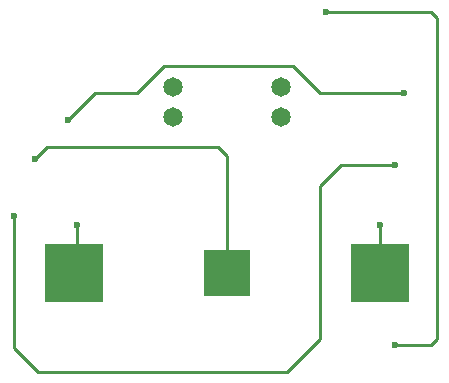
<source format=gbl>
G04 #@! TF.FileFunction,Copper,L2,Bot,Signal*
%FSLAX46Y46*%
G04 Gerber Fmt 4.6, Leading zero omitted, Abs format (unit mm)*
G04 Created by KiCad (PCBNEW (2015-05-03 BZR 5637)-product) date 2015 September 05, Saturday 10:45:34*
%MOMM*%
G01*
G04 APERTURE LIST*
%ADD10C,0.100000*%
%ADD11R,5.000000X5.000000*%
%ADD12R,4.000000X4.000000*%
%ADD13C,1.651000*%
%ADD14C,0.600000*%
%ADD15C,0.250000*%
G04 APERTURE END LIST*
D10*
D11*
X161032000Y-120396000D03*
D12*
X148082000Y-120396000D03*
D11*
X135132000Y-120396000D03*
D13*
X152654000Y-104648000D03*
X152654000Y-107188000D03*
X143510000Y-104648000D03*
X143510000Y-107188000D03*
D14*
X162306000Y-126492000D03*
X156464000Y-98298000D03*
X163068000Y-105156000D03*
X134620000Y-107442000D03*
X162306000Y-111252000D03*
X130048000Y-115570000D03*
X131826000Y-110744000D03*
X161036000Y-116332000D03*
X135382000Y-116332000D03*
D15*
X165354000Y-126492000D02*
X162306000Y-126492000D01*
X165862000Y-125984000D02*
X165354000Y-126492000D01*
X165862000Y-98806000D02*
X165862000Y-125984000D01*
X165354000Y-98298000D02*
X165862000Y-98806000D01*
X156464000Y-98298000D02*
X165354000Y-98298000D01*
X155956000Y-105156000D02*
X163068000Y-105156000D01*
X153670000Y-102870000D02*
X155956000Y-105156000D01*
X142748000Y-102870000D02*
X153670000Y-102870000D01*
X140462000Y-105156000D02*
X142748000Y-102870000D01*
X136906000Y-105156000D02*
X140462000Y-105156000D01*
X134620000Y-107442000D02*
X136906000Y-105156000D01*
X157734000Y-111252000D02*
X162306000Y-111252000D01*
X155956000Y-113030000D02*
X157734000Y-111252000D01*
X155956000Y-125984000D02*
X155956000Y-113030000D01*
X153162000Y-128778000D02*
X155956000Y-125984000D01*
X132080000Y-128778000D02*
X153162000Y-128778000D01*
X130048000Y-126746000D02*
X132080000Y-128778000D01*
X130048000Y-115570000D02*
X130048000Y-126746000D01*
X148082000Y-110490000D02*
X148082000Y-120396000D01*
X147320000Y-109728000D02*
X148082000Y-110490000D01*
X132842000Y-109728000D02*
X147320000Y-109728000D01*
X131826000Y-110744000D02*
X132842000Y-109728000D01*
X161032000Y-116336000D02*
X161036000Y-116332000D01*
X161032000Y-120396000D02*
X161032000Y-116336000D01*
X135382000Y-120396000D02*
X135382000Y-116332000D01*
M02*

</source>
